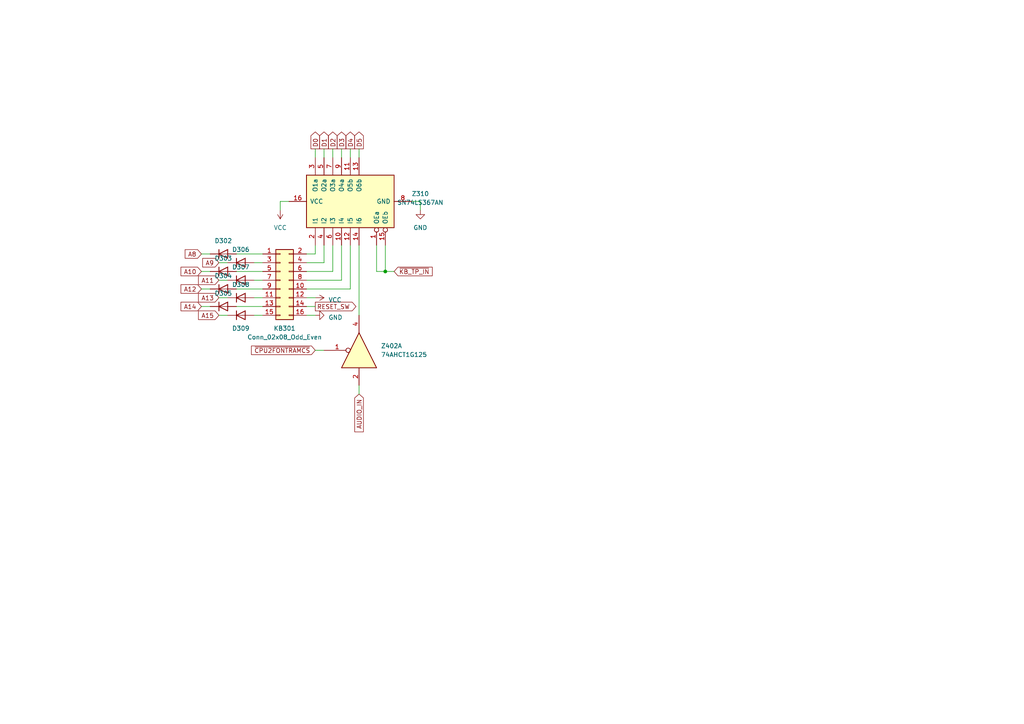
<source format=kicad_sch>
(kicad_sch (version 20231120) (generator "eeschema") (generator_version "8.0")
  (paper "A4")
  (title_block (title "JupiterAce Z80 plus KIO and new memory format.") (date "2020-05-12") (rev "${REVNUM}") (company "Ontobus") (comment 1 "John Bradley") (comment 2 "https://creativecommons.org/licenses/by-nc-sa/4.0/") (comment 3 "Attribution-NonCommercial-ShareAlike 4.0 International License.") (comment 4 "This work is licensed under a Creative Commons "))
  (lib_symbols
    (symbol "74xGxx:74AHCT1G125"
      (property "Reference" "U" (at -2.54 3.81 0))
      (property "Value" "74AHCT1G125" (at 0 -3.81 0))
      (symbol "74AHCT1G125_1_1"
        (polyline (pts (xy 5.08 -5.08) (xy -5.08 0) (xy -5.08 -10.16) (xy 5.08 -5.08)) (stroke (width 0.254)) (fill (type background)))
        (pin input inverted (at 0 5.08 270) (length 7.62) (name "~") (number "1"))
        (pin input line (at -10.16 -5.08 0) (length 5.08) (name "~") (number "2"))
        (pin tri_state line (at 10.16 -5.08 180) (length 5.08) (name "~") (number "4"))
      )
      (symbol "74AHCT1G125_2_1"
        (rectangle (start -5.08 7.62) (end 5.08 -7.62) (stroke (width 0.254)) (fill (type background)))
        (pin power_in line (at 0 -12.7 90) (length 5.08) (name "GND") (number "3"))
        (pin power_in line (at 0 12.7 270) (length 5.08) (name "VCC") (number "5"))
      )
    )
    (symbol "74xx:74LS367" (pin_names (offset 1.016))
      (property "Reference" "U" (at -7.62 13.97 0))
      (property "Value" "74LS367" (at -7.62 -13.97 0))
      (symbol "74LS367_1_0"
        (pin input inverted (at -12.7 -7.62 0) (length 5.08) (name "OEa") (number "1"))
        (pin input line (at -12.7 2.54 0) (length 5.08) (name "I4") (number "10"))
        (pin tri_state line (at 12.7 0 180) (length 5.08) (name "O5b") (number "11"))
        (pin input line (at -12.7 0 0) (length 5.08) (name "I5") (number "12"))
        (pin tri_state line (at 12.7 -2.54 180) (length 5.08) (name "O6b") (number "13"))
        (pin input line (at -12.7 -2.54 0) (length 5.08) (name "I6") (number "14"))
        (pin input inverted (at -12.7 -10.16 0) (length 5.08) (name "OEb") (number "15"))
        (pin power_in line (at 0 17.78 270) (length 5.08) (name "VCC") (number "16"))
        (pin input line (at -12.7 10.16 0) (length 5.08) (name "I1") (number "2"))
        (pin tri_state line (at 12.7 10.16 180) (length 5.08) (name "O1a") (number "3"))
        (pin input line (at -12.7 7.62 0) (length 5.08) (name "I2") (number "4"))
        (pin tri_state line (at 12.7 7.62 180) (length 5.08) (name "O2a") (number "5"))
        (pin input line (at -12.7 5.08 0) (length 5.08) (name "I3") (number "6"))
        (pin tri_state line (at 12.7 5.08 180) (length 5.08) (name "O3a") (number "7"))
        (pin power_in line (at 0 -17.78 90) (length 5.08) (name "GND") (number "8"))
        (pin tri_state line (at 12.7 2.54 180) (length 5.08) (name "O4a") (number "9"))
      )
      (symbol "74LS367_1_1"
        (rectangle (start -7.62 12.7) (end 7.62 -12.7) (stroke (width 0.254)) (fill (type background)))
      )
    )
    (symbol "Connector_Generic:Conn_02x08_Odd_Even" (pin_names (offset 1.016) hide)
      (property "Reference" "J" (at 1.27 10.16 0))
      (property "Value" "Conn_02x08_Odd_Even" (at 1.27 -12.7 0))
      (symbol "Conn_02x08_Odd_Even_1_1"
        (rectangle (start -1.27 -10.033) (end 0 -10.287) (stroke (width 0.1524)))
        (rectangle (start -1.27 -7.493) (end 0 -7.747) (stroke (width 0.1524)))
        (rectangle (start -1.27 -4.953) (end 0 -5.207) (stroke (width 0.1524)))
        (rectangle (start -1.27 -2.413) (end 0 -2.667) (stroke (width 0.1524)))
        (rectangle (start -1.27 0.127) (end 0 -0.127) (stroke (width 0.1524)))
        (rectangle (start -1.27 2.667) (end 0 2.413) (stroke (width 0.1524)))
        (rectangle (start -1.27 5.207) (end 0 4.953) (stroke (width 0.1524)))
        (rectangle (start -1.27 7.747) (end 0 7.493) (stroke (width 0.1524)))
        (rectangle (start -1.27 8.89) (end 3.81 -11.43) (stroke (width 0.254)) (fill (type background)))
        (rectangle (start 3.81 -10.033) (end 2.54 -10.287) (stroke (width 0.1524)))
        (rectangle (start 3.81 -7.493) (end 2.54 -7.747) (stroke (width 0.1524)))
        (rectangle (start 3.81 -4.953) (end 2.54 -5.207) (stroke (width 0.1524)))
        (rectangle (start 3.81 -2.413) (end 2.54 -2.667) (stroke (width 0.1524)))
        (rectangle (start 3.81 0.127) (end 2.54 -0.127) (stroke (width 0.1524)))
        (rectangle (start 3.81 2.667) (end 2.54 2.413) (stroke (width 0.1524)))
        (rectangle (start 3.81 5.207) (end 2.54 4.953) (stroke (width 0.1524)))
        (rectangle (start 3.81 7.747) (end 2.54 7.493) (stroke (width 0.1524)))
        (pin passive line (at -5.08 7.62 0) (length 3.81) (name "Pin_1") (number "1"))
        (pin passive line (at 7.62 -2.54 180) (length 3.81) (name "Pin_10") (number "10"))
        (pin passive line (at -5.08 -5.08 0) (length 3.81) (name "Pin_11") (number "11"))
        (pin passive line (at 7.62 -5.08 180) (length 3.81) (name "Pin_12") (number "12"))
        (pin passive line (at -5.08 -7.62 0) (length 3.81) (name "Pin_13") (number "13"))
        (pin passive line (at 7.62 -7.62 180) (length 3.81) (name "Pin_14") (number "14"))
        (pin passive line (at -5.08 -10.16 0) (length 3.81) (name "Pin_15") (number "15"))
        (pin passive line (at 7.62 -10.16 180) (length 3.81) (name "Pin_16") (number "16"))
        (pin passive line (at 7.62 7.62 180) (length 3.81) (name "Pin_2") (number "2"))
        (pin passive line (at -5.08 5.08 0) (length 3.81) (name "Pin_3") (number "3"))
        (pin passive line (at 7.62 5.08 180) (length 3.81) (name "Pin_4") (number "4"))
        (pin passive line (at -5.08 2.54 0) (length 3.81) (name "Pin_5") (number "5"))
        (pin passive line (at 7.62 2.54 180) (length 3.81) (name "Pin_6") (number "6"))
        (pin passive line (at -5.08 0 0) (length 3.81) (name "Pin_7") (number "7"))
        (pin passive line (at 7.62 0 180) (length 3.81) (name "Pin_8") (number "8"))
        (pin passive line (at -5.08 -2.54 0) (length 3.81) (name "Pin_9") (number "9"))
      )
    )
    (symbol "Diode:1N4148" (pin_numbers hide) (pin_names hide)
      (property "Reference" "D" (at 0 2.54 0))
      (property "Value" "1N4148" (at 0 -2.54 0))
      (symbol "1N4148_0_1"
        (polyline (pts (xy -1.27 1.27) (xy -1.27 -1.27)) (stroke (width 0.254)))
        (polyline (pts (xy 1.27 0) (xy -1.27 0)))
        (polyline (pts (xy 1.27 1.27) (xy 1.27 -1.27) (xy -1.27 0) (xy 1.27 1.27)) (stroke (width 0.254)))
      )
      (symbol "1N4148_1_1"
        (pin passive line (at -3.81 0 0) (length 2.54) (name "K") (number "1"))
        (pin passive line (at 3.81 0 180) (length 2.54) (name "A") (number "2"))
      )
    )
    (symbol "power:GND" (power) (pin_names (offset 0))
      (property "Value" "GND" (at 0 -3.81 0))
      (symbol "GND_0_1"
        (polyline (pts (xy 0 0) (xy 0 -1.27) (xy 1.27 -1.27) (xy 0 -2.54) (xy -1.27 -1.27) (xy 0 -1.27)))
      )
      (symbol "GND_1_1"
        (pin power_in line (at 0 0 270) (length 0) hide (name "GND") (number "1"))
      )
    )
    (symbol "power:VCC" (power) (pin_names (offset 0))
      (property "Value" "VCC" (at 0 3.81 0))
      (symbol "VCC_0_1"
        (polyline (pts (xy -0.762 1.27) (xy 0 2.54)))
        (polyline (pts (xy 0 0) (xy 0 2.54)))
        (polyline (pts (xy 0 2.54) (xy 0.762 1.27)))
      )
      (symbol "VCC_1_1"
        (pin power_in line (at 0 0 90) (length 0) hide (name "VCC") (number "1"))
      )
    )
  )
  (junction (at 111.76 78.74))
  (wire (pts (xy 91.44 45.72) (xy 91.44 43.18)))
  (wire (pts (xy 93.98 45.72) (xy 93.98 43.18)))
  (wire (pts (xy 60.96 88.9) (xy 58.42 88.9)))
  (wire (pts (xy 96.52 71.12) (xy 96.52 78.74)))
  (wire (pts (xy 109.22 78.74) (xy 111.76 78.74)))
  (wire (pts (xy 109.22 71.12) (xy 109.22 78.74)))
  (wire (pts (xy 76.2 78.74) (xy 68.58 78.74)))
  (wire (pts (xy 60.96 73.66) (xy 58.42 73.66)))
  (wire (pts (xy 99.06 71.12) (xy 99.06 81.28)))
  (wire (pts (xy 101.6 45.72) (xy 101.6 43.18)))
  (wire (pts (xy 93.98 71.12) (xy 93.98 76.2)))
  (wire (pts (xy 66.04 86.36) (xy 63.5 86.36)))
  (wire (pts (xy 88.9 86.36) (xy 91.44 86.36)))
  (wire (pts (xy 73.66 76.2) (xy 76.2 76.2)))
  (wire (pts (xy 111.76 78.74) (xy 114.3 78.74)))
  (wire (pts (xy 119.38 58.42) (xy 121.92 58.42)))
  (wire (pts (xy 60.96 78.74) (xy 58.42 78.74)))
  (wire (pts (xy 91.44 88.9) (xy 88.9 88.9)))
  (wire (pts (xy 91.44 71.12) (xy 91.44 73.66)))
  (wire (pts (xy 99.06 81.28) (xy 88.9 81.28)))
  (wire (pts (xy 76.2 73.66) (xy 68.58 73.66)))
  (wire (pts (xy 66.04 76.2) (xy 63.5 76.2)))
  (wire (pts (xy 88.9 73.66) (xy 91.44 73.66)))
  (wire (pts (xy 88.9 78.74) (xy 96.52 78.74)))
  (wire (pts (xy 104.14 114.3) (xy 104.14 111.76)))
  (wire (pts (xy 73.66 91.44) (xy 76.2 91.44)))
  (wire (pts (xy 60.96 83.82) (xy 58.42 83.82)))
  (wire (pts (xy 101.6 71.12) (xy 101.6 83.82)))
  (wire (pts (xy 88.9 83.82) (xy 101.6 83.82)))
  (wire (pts (xy 88.9 91.44) (xy 91.44 91.44)))
  (wire (pts (xy 76.2 83.82) (xy 68.58 83.82)))
  (wire (pts (xy 73.66 81.28) (xy 76.2 81.28)))
  (wire (pts (xy 99.06 45.72) (xy 99.06 43.18)))
  (wire (pts (xy 104.14 71.12) (xy 104.14 91.44)))
  (wire (pts (xy 76.2 88.9) (xy 68.58 88.9)))
  (wire (pts (xy 81.28 58.42) (xy 81.28 60.96)))
  (wire (pts (xy 91.44 101.6) (xy 93.98 101.6)))
  (wire (pts (xy 73.66 86.36) (xy 76.2 86.36)))
  (wire (pts (xy 83.82 58.42) (xy 81.28 58.42)))
  (wire (pts (xy 66.04 81.28) (xy 63.5 81.28)))
  (wire (pts (xy 104.14 43.18) (xy 104.14 45.72)))
  (wire (pts (xy 111.76 71.12) (xy 111.76 78.74)))
  (wire (pts (xy 121.92 58.42) (xy 121.92 60.96)))
  (wire (pts (xy 96.52 45.72) (xy 96.52 43.18)))
  (wire (pts (xy 88.9 76.2) (xy 93.98 76.2)))
  (wire (pts (xy 66.04 91.44) (xy 63.5 91.44)))
  (global_label "A12" (shape input) (at 58.42 83.82 180) (property "Intersheetrefs" "${INTERSHEET_REFS}" (at 52.5882 83.7406 0) (effects (justify right))))
  (global_label "A14" (shape input) (at 58.42 88.9 180) (property "Intersheetrefs" "${INTERSHEET_REFS}" (at 52.5882 88.8206 0) (effects (justify right))))
  (global_label "~{KB_TP_IN}" (shape input) (at 114.3 78.74 0) (property "Intersheetrefs" "${INTERSHEET_REFS}" (at 125.2791 78.74 0) (effects (justify left))))
  (global_label "D1" (shape output) (at 93.98 43.18 90) (property "Intersheetrefs" "${INTERSHEET_REFS}" (at 93.9006 38.3763 90) (effects (justify left))))
  (global_label "D3" (shape output) (at 99.06 43.18 90) (property "Intersheetrefs" "${INTERSHEET_REFS}" (at 98.9806 38.3763 90) (effects (justify left))))
  (global_label "A9" (shape input) (at 63.5 76.2 180) (property "Intersheetrefs" "${INTERSHEET_REFS}" (at 58.8777 76.1206 0) (effects (justify right))))
  (global_label "A15" (shape input) (at 63.5 91.44 180) (property "Intersheetrefs" "${INTERSHEET_REFS}" (at 57.6682 91.3606 0) (effects (justify right))))
  (global_label "D4" (shape output) (at 101.6 43.18 90) (property "Intersheetrefs" "${INTERSHEET_REFS}" (at 101.5206 38.3763 90) (effects (justify left))))
  (global_label "D5" (shape output) (at 104.14 43.18 90) (property "Intersheetrefs" "${INTERSHEET_REFS}" (at 104.14 38.3695 90) (effects (justify left))))
  (global_label "A13" (shape input) (at 63.5 86.36 180) (property "Intersheetrefs" "${INTERSHEET_REFS}" (at 57.6682 86.2806 0) (effects (justify right))))
  (global_label "RESET_SW" (shape output) (at 91.44 88.9 0) (property "Intersheetrefs" "${INTERSHEET_REFS}" (at 103.1446 88.9 0) (effects (justify left))))
  (global_label "~{CPU2FONTRAMCS}" (shape input) (at 91.44 101.6 180) (property "Intersheetrefs" "${INTERSHEET_REFS}" (at 73.0223 101.6 0) (effects (justify right))))
  (global_label "AUDIO_IN" (shape input) (at 104.14 114.3 270) (property "Intersheetrefs" "${INTERSHEET_REFS}" (at 104.14 125.1583 90) (effects (justify right))))
  (global_label "A8" (shape input) (at 58.42 73.66 180) (property "Intersheetrefs" "${INTERSHEET_REFS}" (at 53.7977 73.5806 0) (effects (justify right))))
  (global_label "A10" (shape input) (at 58.42 78.74 180) (property "Intersheetrefs" "${INTERSHEET_REFS}" (at 52.5882 78.6606 0) (effects (justify right))))
  (global_label "D2" (shape output) (at 96.52 43.18 90) (property "Intersheetrefs" "${INTERSHEET_REFS}" (at 96.4406 38.3763 90) (effects (justify left))))
  (global_label "D0" (shape output) (at 91.44 43.18 90) (property "Intersheetrefs" "${INTERSHEET_REFS}" (at 91.3606 38.3763 90) (effects (justify left))))
  (global_label "A11" (shape input) (at 63.5 81.28 180) (property "Intersheetrefs" "${INTERSHEET_REFS}" (at 57.6682 81.2006 0) (effects (justify right))))
  (symbol (lib_id "Connector_Generic:Conn_02x08_Odd_Even") (at 81.28 81.28 0) (unit 1)
    (property "Reference" "KB301" (at 82.55 95.25 0))
    (property "Value" "Conn_02x08_Odd_Even" (at 82.55 97.79 0))
    (property "Footprint" "Connector_IDC:IDC-Header_2x08_P2.54mm_Vertical" (effects (hide yes)))
  )
  (symbol (lib_id "power:GND") (at 91.44 91.44 90) (unit 1)
    (property "Reference" "#0408" (effects (hide yes)))
    (property "Value" "GND" (at 95.25 92.075 90) (effects (justify right)))
  )
  (symbol (lib_id "Diode:1N4148") (at 69.85 81.28 0) (unit 1)
    (property "Reference" "D307" (at 69.85 77.47 0))
    (property "Value" "1N4148" (effects (hide yes)))
    (property "Footprint" "Diode_THT:D_DO-35_SOD27_P2.54mm_Vertical_AnodeUp" (effects (hide yes)))
    (property "Datasheet" "https://assets.nexperia.com/documents/data-sheet/1N4148_1N4448.pdf" (effects (hide yes)))
  )
  (symbol (lib_id "74xGxx:74AHCT1G125") (at 99.06 101.6 90) (unit 1)
    (property "Reference" "Z402" (at 110.49 100.3299 90) (effects (justify right)))
    (property "Value" "74AHCT1G125" (at 110.49 102.8699 90) (effects (justify right)))
    (property "Footprint" "Package_TO_SOT_SMD:SOT-23-5_HandSoldering" (effects (hide yes)))
    (property "Datasheet" "http://www.ti.com/lit/sg/scyt129e/scyt129e.pdf" (effects (hide yes)))
    (property "Description" "Single Buffer Gate Tri-State, Low-Voltage CMOS" (effects (hide yes)))
  )
  (symbol (lib_id "Diode:1N4148") (at 64.77 78.74 0) (unit 1)
    (property "Reference" "D303" (at 64.77 74.93 0))
    (property "Value" "1N4148" (effects (hide yes)))
    (property "Footprint" "Diode_THT:D_DO-35_SOD27_P2.54mm_Vertical_AnodeUp" (effects (hide yes)))
    (property "Datasheet" "https://assets.nexperia.com/documents/data-sheet/1N4148_1N4448.pdf" (effects (hide yes)))
  )
  (symbol (lib_id "Diode:1N4148") (at 64.77 83.82 0) (unit 1)
    (property "Reference" "D304" (at 64.77 80.01 0))
    (property "Value" "1N4148" (effects (hide yes)))
    (property "Footprint" "Diode_THT:D_DO-35_SOD27_P2.54mm_Vertical_AnodeUp" (effects (hide yes)))
    (property "Datasheet" "https://assets.nexperia.com/documents/data-sheet/1N4148_1N4448.pdf" (effects (hide yes)))
  )
  (symbol (lib_id "74xx:74LS367") (at 101.6 58.42 90) (unit 1)
    (property "Reference" "Z310" (at 121.92 56.2041 90))
    (property "Value" "SN74LS367AN" (at 121.92 58.7441 90))
    (property "Footprint" "Package_DIP:DIP-16_W7.62mm" (effects (hide yes)))
    (property "Datasheet" "http://www.ti.com/lit/gpn/sn74LS367" (effects (hide yes)))
  )
  (symbol (lib_id "power:GND") (at 121.92 60.96 0) (unit 1)
    (property "Reference" "#0409" (effects (hide yes)))
    (property "Value" "GND" (at 121.92 66.04 0))
  )
  (symbol (lib_id "Diode:1N4148") (at 69.85 86.36 0) (unit 1)
    (property "Reference" "D308" (at 69.85 82.55 0))
    (property "Value" "1N4148" (effects (hide yes)))
    (property "Footprint" "Diode_THT:D_DO-35_SOD27_P2.54mm_Vertical_AnodeUp" (effects (hide yes)))
    (property "Datasheet" "https://assets.nexperia.com/documents/data-sheet/1N4148_1N4448.pdf" (effects (hide yes)))
  )
  (symbol (lib_id "power:VCC") (at 91.44 86.36 270) (unit 1)
    (property "Reference" "#0407" (effects (hide yes)))
    (property "Value" "VCC" (at 95.25 86.995 90) (effects (justify left)))
  )
  (symbol (lib_id "Diode:1N4148") (at 69.85 76.2 0) (unit 1)
    (property "Reference" "D306" (at 69.85 72.39 0))
    (property "Value" "1N4148" (effects (hide yes)))
    (property "Footprint" "Diode_THT:D_DO-35_SOD27_P2.54mm_Vertical_AnodeUp" (effects (hide yes)))
    (property "Datasheet" "https://assets.nexperia.com/documents/data-sheet/1N4148_1N4448.pdf" (effects (hide yes)))
  )
  (symbol (lib_id "power:VCC") (at 81.28 60.96 180) (unit 1)
    (property "Reference" "#0406" (effects (hide yes)))
    (property "Value" "VCC" (at 81.28 66.04 0))
  )
  (symbol (lib_id "Diode:1N4148") (at 64.77 88.9 0) (unit 1)
    (property "Reference" "D305" (at 64.77 85.09 0))
    (property "Value" "1N4148" (effects (hide yes)))
    (property "Footprint" "Diode_THT:D_DO-35_SOD27_P2.54mm_Vertical_AnodeUp" (effects (hide yes)))
    (property "Datasheet" "https://assets.nexperia.com/documents/data-sheet/1N4148_1N4448.pdf" (effects (hide yes)))
  )
  (symbol (lib_id "Diode:1N4148") (at 69.85 91.44 0) (unit 1)
    (property "Reference" "D309" (at 69.85 95.25 0))
    (property "Value" "1N4148" (effects (hide yes)))
    (property "Footprint" "Diode_THT:D_DO-35_SOD27_P2.54mm_Vertical_AnodeUp" (effects (hide yes)))
    (property "Datasheet" "https://assets.nexperia.com/documents/data-sheet/1N4148_1N4448.pdf" (effects (hide yes)))
  )
  (symbol (lib_id "Diode:1N4148") (at 64.77 73.66 0) (unit 1)
    (property "Reference" "D302" (at 64.77 69.85 0))
    (property "Value" "1N4148" (effects (hide yes)))
    (property "Footprint" "Diode_THT:D_DO-35_SOD27_P2.54mm_Vertical_AnodeUp" (effects (hide yes)))
    (property "Datasheet" "https://assets.nexperia.com/documents/data-sheet/1N4148_1N4448.pdf" (effects (hide yes)))
  )
)
</source>
